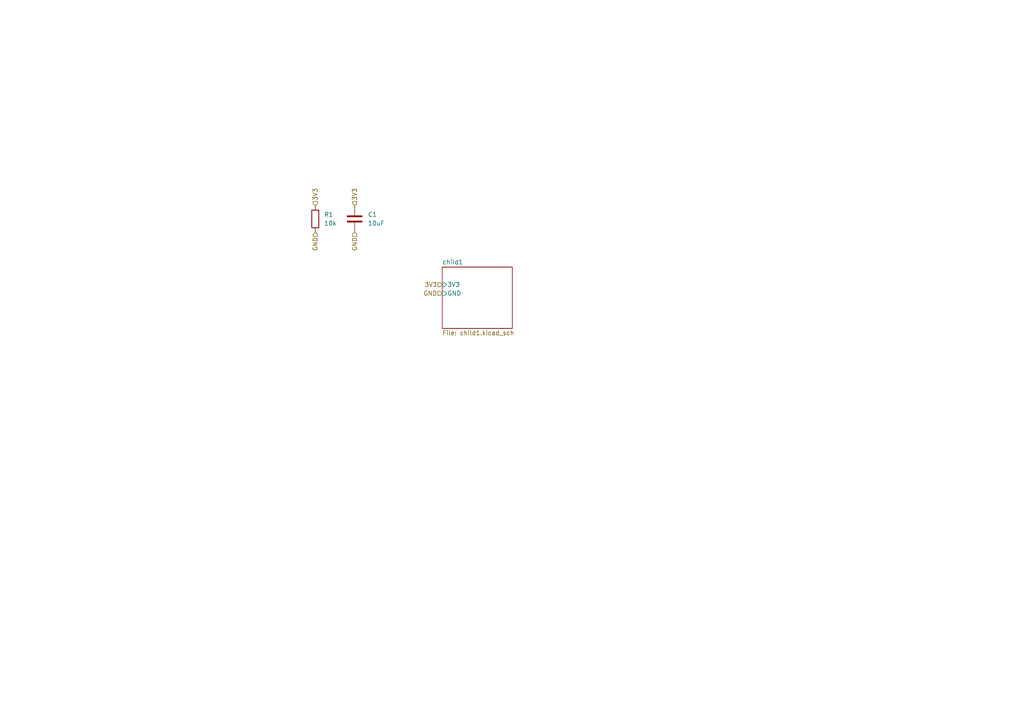
<source format=kicad_sch>
(kicad_sch (version 20250114) (generator "eeschema") (generator_version "9.0")
  (paper "A4")
  (lib_symbols
    (symbol "Device:C" (pin_numbers (hide yes)) (pin_names (offset 0.254))
      (property "Reference" "C" (at 0.635 2.54 0))
      (property "Value" "C" (at 0.635 -2.54 0))
      (symbol "C_0_1"
        (polyline (pts (xy -2.032 0.762) (xy 2.032 0.762)) (stroke (width 0.508)))
        (polyline (pts (xy -2.032 -0.762) (xy 2.032 -0.762)) (stroke (width 0.508)))
      )
      (symbol "C_1_1"
        (pin passive line (at 0 3.81 270) (length 2.794) (name "~") (number "1"))
        (pin passive line (at 0 -3.81 90) (length 2.794) (name "~") (number "2"))
      )
    )
    (symbol "Device:R" (pin_numbers (hide yes)) (pin_names (offset 0))
      (property "Reference" "R" (at 2.032 0 90))
      (property "Value" "R" (at 0 0 90))
      (symbol "R_0_1"
        (rectangle (start -1.016 -2.54) (end 1.016 2.54) (stroke (width 0.254)))
      )
      (symbol "R_1_1"
        (pin passive line (at 0 3.81 270) (length 1.27) (name "~") (number "1"))
        (pin passive line (at 0 -3.81 90) (length 1.27) (name "~") (number "2"))
      )
    )
  )
  (hierarchical_label "GND" (shape input) (at 91.44 67.31 270))
  (hierarchical_label "GND" (shape input) (at 128.27 85.09 180))
  (hierarchical_label "3V3" (shape input) (at 102.87 59.69 90))
  (hierarchical_label "3V3" (shape input) (at 91.44 59.69 90))
  (hierarchical_label "GND" (shape input) (at 102.87 67.31 270))
  (hierarchical_label "3V3" (shape input) (at 128.27 82.55 180))
  (symbol (lib_id "Device:C") (at 102.87 63.5 0) (unit 1)
    (property "Reference" "C1" (at 106.68 62.2299 0) (effects (justify left)))
    (property "Value" "10uF" (at 106.68 64.7699 0) (effects (justify left)))
    (property "Footprint" "Capacitor_SMD:C_0603_1608Metric" (effects (hide yes)))
    (property "Description" "Unpolarized capacitor" (effects (hide yes)))
  )
  (symbol (lib_id "Device:R") (at 91.44 63.5 0) (unit 1)
    (property "Reference" "R1" (at 93.98 62.2299 0) (effects (justify left)))
    (property "Value" "10k" (at 93.98 64.7699 0) (effects (justify left)))
    (property "Footprint" "Resistor_SMD:R_0603_1608Metric" (effects (hide yes)))
    (property "Description" "Resistor" (effects (hide yes)))
  )
  (sheet (at 128.27 77.47) (size 20.32 17.78) (stroke (width 0.1524))
    (property "Sheetname" "child1" (at 128.27 76.7584 0) (effects (justify left bottom)))
    (property "Sheetfile" "child1.kicad_sch" (at 128.27 95.8346 0) (effects (justify left top)))
    (pin "3V3" input (at 128.27 82.55 180))
    (pin "GND" input (at 128.27 85.09 180))
  )
)
</source>
